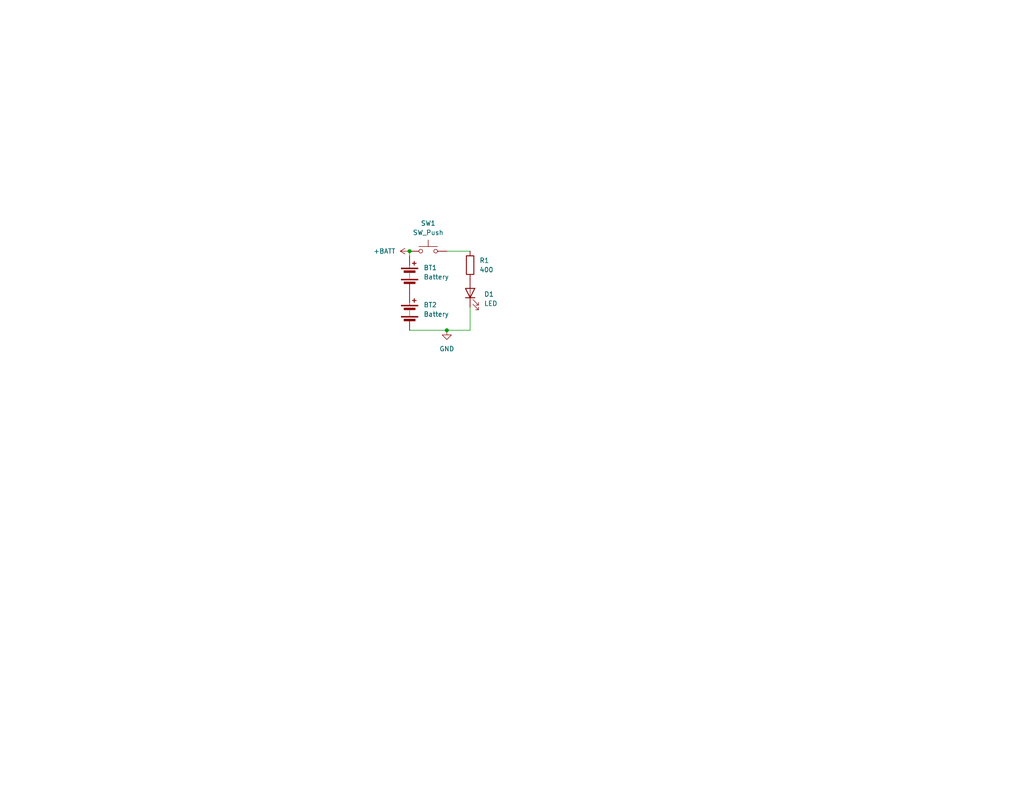
<source format=kicad_sch>
(kicad_sch (version 20250114) (generator "eeschema") (generator_version "9.0")
  (paper "USLetter")
  (title_block (rev "1") (comment 1 "Design for JLCPCB 1-2 Layer Service"))
  (lib_symbols
    (symbol "Device:Battery" (pin_numbers (hide yes)) (pin_names (offset 0) (hide yes))
      (property "Reference" "BT" (at 2.54 2.54 0))
      (property "Value" "Battery" (at 2.54 0 0))
      (symbol "Battery_0_1"
        (rectangle (start -2.286 1.778) (end 2.286 1.524) (fill (type outline)))
        (rectangle (start -2.286 -1.27) (end 2.286 -1.524) (fill (type outline)))
        (rectangle (start -1.524 1.016) (end 1.524 0.508) (fill (type outline)))
        (rectangle (start -1.524 -2.032) (end 1.524 -2.54) (fill (type outline)))
        (polyline (pts (xy 0 1.778) (xy 0 2.54)))
        (polyline (pts (xy 0 0) (xy 0 0.254)))
        (polyline (pts (xy 0 -0.508) (xy 0 -0.254)))
        (polyline (pts (xy 0 -1.016) (xy 0 -0.762)))
        (polyline (pts (xy 0.762 3.048) (xy 1.778 3.048)) (stroke (width 0.254)))
        (polyline (pts (xy 1.27 3.556) (xy 1.27 2.54)) (stroke (width 0.254)))
      )
      (symbol "Battery_1_1"
        (pin passive line (at 0 5.08 270) (length 2.54) (name "+") (number "1"))
        (pin passive line (at 0 -5.08 90) (length 2.54) (name "-") (number "2"))
      )
    )
    (symbol "Device:LED" (pin_numbers (hide yes)) (pin_names (offset 1.016) (hide yes))
      (property "Reference" "D" (at 0 2.54 0))
      (property "Value" "LED" (at 0 -2.54 0))
      (symbol "LED_0_1"
        (polyline (pts (xy -3.048 -0.762) (xy -4.572 -2.286) (xy -3.81 -2.286) (xy -4.572 -2.286) (xy -4.572 -1.524)))
        (polyline (pts (xy -1.778 -0.762) (xy -3.302 -2.286) (xy -2.54 -2.286) (xy -3.302 -2.286) (xy -3.302 -1.524)))
        (polyline (pts (xy -1.27 0) (xy 1.27 0)))
        (polyline (pts (xy -1.27 -1.27) (xy -1.27 1.27)) (stroke (width 0.254)))
        (polyline (pts (xy 1.27 -1.27) (xy 1.27 1.27) (xy -1.27 0) (xy 1.27 -1.27)) (stroke (width 0.254)))
      )
      (symbol "LED_1_1"
        (pin passive line (at -3.81 0 0) (length 2.54) (name "K") (number "1"))
        (pin passive line (at 3.81 0 180) (length 2.54) (name "A") (number "2"))
      )
    )
    (symbol "Device:R" (pin_numbers (hide yes)) (pin_names (offset 0))
      (property "Reference" "R" (at 2.032 0 90))
      (property "Value" "R" (at 0 0 90))
      (symbol "R_0_1"
        (rectangle (start -1.016 -2.54) (end 1.016 2.54) (stroke (width 0.254)))
      )
      (symbol "R_1_1"
        (pin passive line (at 0 3.81 270) (length 1.27) (name "~") (number "1"))
        (pin passive line (at 0 -3.81 90) (length 1.27) (name "~") (number "2"))
      )
    )
    (symbol "Switch:SW_Push" (pin_numbers (hide yes)) (pin_names (offset 1.016) (hide yes))
      (property "Reference" "SW" (at 1.27 2.54 0))
      (property "Value" "SW_Push" (at 0 -1.524 0))
      (symbol "SW_Push_0_1"
        (circle (center -2.032 0) (radius 0.508))
        (polyline (pts (xy 0 1.27) (xy 0 3.048)))
        (circle (center 2.032 0) (radius 0.508))
        (polyline (pts (xy 2.54 1.27) (xy -2.54 1.27)))
        (pin passive line (at -5.08 0 0) (length 2.54) (name "1") (number "1"))
        (pin passive line (at 5.08 0 180) (length 2.54) (name "2") (number "2"))
      )
    )
    (symbol "power:+BATT" (power) (pin_numbers (hide yes)) (pin_names (offset 0) (hide yes))
      (property "Value" "+BATT" (at 0 3.556 0))
      (symbol "+BATT_0_1"
        (polyline (pts (xy -0.762 1.27) (xy 0 2.54)))
        (polyline (pts (xy 0 2.54) (xy 0.762 1.27)))
        (polyline (pts (xy 0 0) (xy 0 2.54)))
      )
      (symbol "+BATT_1_1"
        (pin power_in line (at 0 0 90) (length 0) (name "~") (number "1"))
      )
    )
    (symbol "power:GND" (power) (pin_numbers (hide yes)) (pin_names (offset 0) (hide yes))
      (property "Value" "GND" (at 0 -3.81 0))
      (symbol "GND_0_1"
        (polyline (pts (xy 0 0) (xy 0 -1.27) (xy 1.27 -1.27) (xy 0 -2.54) (xy -1.27 -1.27) (xy 0 -1.27)))
      )
      (symbol "GND_1_1"
        (pin power_in line (at 0 0 270) (length 0) (name "~") (number "1"))
      )
    )
  )
  (junction (at 111.76 68.58))
  (junction (at 121.92 90.17))
  (wire (pts (xy 121.92 68.58) (xy 128.27 68.58)))
  (wire (pts (xy 111.76 69.85) (xy 111.76 68.58)))
  (wire (pts (xy 128.27 90.17) (xy 128.27 83.82)))
  (wire (pts (xy 121.92 90.17) (xy 128.27 90.17)))
  (wire (pts (xy 111.76 90.17) (xy 121.92 90.17)))
  (symbol (lib_id "Device:R") (at 128.27 72.39 0) (unit 1)
    (property "Reference" "R1" (at 130.81 71.1199 0) (effects (justify left)))
    (property "Value" "400" (at 130.81 73.6599 0) (effects (justify left)))
    (property "Footprint" "Resistor_SMD:R_0603_1608Metric" (effects (hide yes)))
    (property "Description" "Resistor" (effects (hide yes)))
  )
  (symbol (lib_id "Device:Battery") (at 111.76 74.93 0) (unit 1)
    (property "Reference" "BT1" (at 115.57 73.0884 0) (effects (justify left)))
    (property "Value" "Battery" (at 115.57 75.6284 0) (effects (justify left)))
    (property "Footprint" "Battery:BatteryHolder_Keystone_2466_1xAAA" (effects (hide yes)))
    (property "Description" "Multiple-cell battery" (effects (hide yes)))
  )
  (symbol (lib_id "Device:LED") (at 128.27 80.01 90) (unit 1)
    (property "Reference" "D1" (at 132.08 80.3274 90) (effects (justify right)))
    (property "Value" "LED" (at 132.08 82.8674 90) (effects (justify right)))
    (property "Footprint" "LED_SMD:LED_PLCC-2_3.4x3.0mm_KA" (effects (hide yes)))
    (property "Description" "Light emitting diode" (effects (hide yes)))
    (property "Sim.Pins" "1=K 2=A" (effects (hide yes)))
  )
  (symbol (lib_id "power:GND") (at 121.92 90.17 0) (unit 1)
    (property "Reference" "#PWR01" (effects (hide yes)))
    (property "Value" "GND" (at 121.92 95.25 0))
    (property "Description" "Power symbol creates a global label with name \"GND\" , ground" (effects (hide yes)))
  )
  (symbol (lib_id "power:+BATT") (at 111.76 68.58 90) (unit 1)
    (property "Reference" "#PWR02" (effects (hide yes)))
    (property "Value" "+BATT" (at 107.95 68.5799 90) (effects (justify left)))
    (property "Description" "Power symbol creates a global label with name \"+BATT\"" (effects (hide yes)))
  )
  (symbol (lib_id "Switch:SW_Push") (at 116.84 68.58 0) (unit 1)
    (property "Reference" "SW1" (at 116.84 60.96 0))
    (property "Value" "SW_Push" (at 116.84 63.5 0))
    (property "Footprint" "Button_Switch_SMD:SW_Push_1TS009xxxx-xxxx-xxxx_6x6x5mm" (effects (hide yes)))
    (property "Description" "Push button switch, generic, two pins" (effects (hide yes)))
  )
  (symbol (lib_id "Device:Battery") (at 111.76 85.09 0) (unit 1)
    (property "Reference" "BT2" (at 115.57 83.2484 0) (effects (justify left)))
    (property "Value" "Battery" (at 115.57 85.7884 0) (effects (justify left)))
    (property "Footprint" "Battery:BatteryHolder_Keystone_2466_1xAAA" (effects (hide yes)))
    (property "Description" "Multiple-cell battery" (effects (hide yes)))
  )
)
</source>
